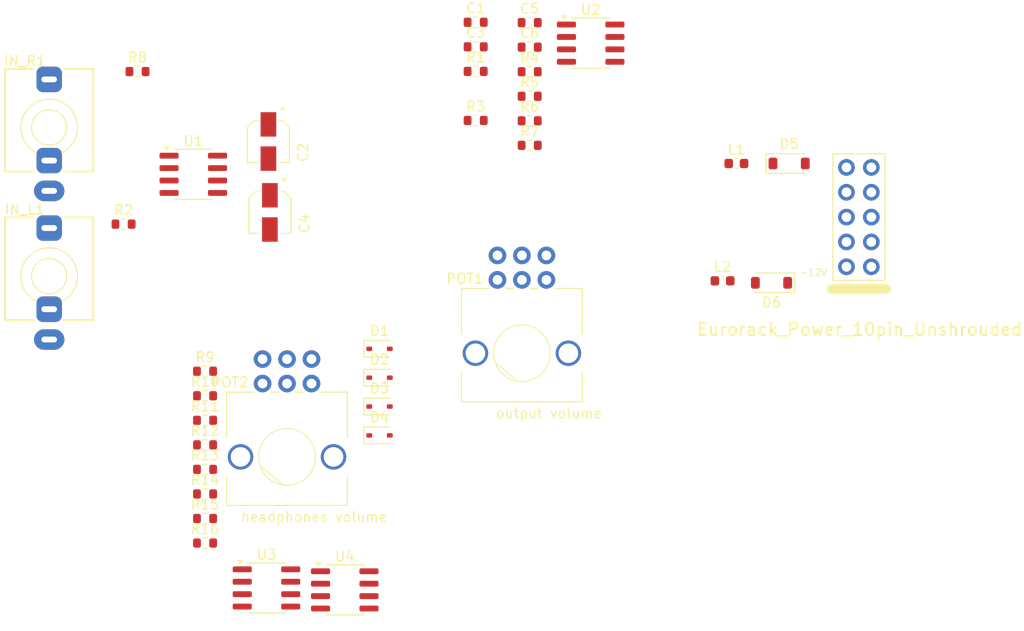
<source format=kicad_pcb>
(kicad_pcb (version 20241229) (generator "pcbnew") (generator_version "9.0")
  (layers (0 "F.Cu" signal) (2 "B.Cu" signal) (13 "F.Paste" user) (15 "B.Paste" user) (5 "F.SilkS" user "F.Silkscreen") (7 "B.SilkS" user "B.Silkscreen") (1 "F.Mask" user) (3 "B.Mask" user) (25 "Edge.Cuts" user))
  (net 0 "")
  (net 1 "Net-(C1-Pad2)")
  (net 2 "Net-(U1A--)")
  (net 3 "Net-(IN_R1-SIG)")
  (net 4 "Net-(C3-Pad2)")
  (net 5 "Net-(IN_L1-SIG)")
  (net 7 "GND")
  (net 9 "Net-(U2A--)")
  (net 10 "Net-(U2B--)")
  (net 11 "Net-(POT1A-Center)")
  (net 12 "Net-(POT1B-Center)")
  (net 13 "Net-(U2B-+)")
  (net 14 "/Pre-Headphones-L")
  (net 15 "Net-(U1B--)")
  (net 16 "/Pre-Headphones-R")
  (net 17 "Net-(D1-A)")
  (net 18 "Net-(D3-A)")
  (net 19 "+12V")
  (net 20 "-12V")
  (net 21 "Net-(D5-A)")
  (net 22 "Net-(D6-K)")
  (net 23 "Net-(POT2B-Center)")
  (net 24 "Net-(POT2A-Center)")
  (net 25 "Net-(U3A-+)")
  (net 26 "Net-(U3B--)")
  (net 27 "Net-(R11-Pad2)")
  (net 28 "Net-(U3A--)")
  (net 29 "Net-(U4B--)")
  (net 30 "Net-(U4A-+)")
  (net 31 "Net-(R15-Pad2)")
  (net 32 "Net-(U4A--)")
  (net 33 "Net-(D5-K)")
  (net 34 "Net-(D6-A)")
  (footprint "Resistor_SMD:R_0603_1608Metric" (layer "F.Cu") (at 88.925 105.66)
    (property "Reference" "R11" (at 0 -1.43 0) (layer "F.SilkS"))
    (property "Value" "75")
    (fp_line (start -0.237258 -0.5225) (end 0.237258 -0.5225) (stroke (width 0.12)) (layer "F.SilkS"))
    (fp_line (start -0.237258 0.5225) (end 0.237258 0.5225) (stroke (width 0.12)) (layer "F.SilkS"))
    (pad "1" smd roundrect (at -0.825 0) (size 0.8 0.95) (layers "F.Cu" "F.Mask" "F.Paste") (net 28 "Net-(U3A--)"))
    (pad "2" smd roundrect (at 0.825 0) (size 0.8 0.95) (layers "F.Cu" "F.Mask" "F.Paste") (net 27 "Net-(R11-Pad2)"))
  )
  (footprint "AudioJacks:Jack_3.5mm_QingPu_WQP-PJ301M-12_Vertical" (layer "F.Cu") (at 73 75.72)
    (property "Reference" "IN_R1" (at -2.5 -6.8 0) (layer "F.SilkS"))
    (property "Value" "thonkiconn")
    (fp_line (start -4.5 -6) (end -1.6 -6) (stroke (width 0.2)) (layer "F.SilkS"))
    (fp_line (start -4.5 4.5) (end -4.5 -6) (stroke (width 0.2)) (layer "F.SilkS"))
    (fp_line (start -4.5 4.5) (end -1.5 4.5) (stroke (width 0.2)) (layer "F.SilkS"))
    (fp_line (start 1.5 4.5) (end 4.5 4.5) (stroke (width 0.2)) (layer "F.SilkS"))
    (fp_line (start 1.6 -6) (end 4.5 -6) (stroke (width 0.2)) (layer "F.SilkS"))
    (fp_line (start 4.5 4.5) (end 4.5 -6) (stroke (width 0.2)) (layer "F.SilkS"))
    (fp_arc (start -1.296263 2.588577) (mid -2.817353 -0.665994) (end 0 -2.895) (stroke (width 0.12)) (layer "F.SilkS"))
    (fp_arc (start 0 -2.895) (mid 2.817353 -0.665994) (end 1.296263 2.588577) (stroke (width 0.12)) (layer "F.SilkS"))
    (fp_circle (center 0 0) (end -1.8 0) (stroke (width 0.12)) (fill no) (layer "F.SilkS"))
    (pad "1" thru_hole oval (at 0 6.48) (size 3.1 2.1) (drill oval 1.6 0.6) (layers "*.Cu" "*.Mask") (net 7 "GND"))
    (pad "2" thru_hole roundrect (at 0 3.38) (size 2.6 2.6) (drill oval 1.6 0.6) (layers "*.Cu" "*.Mask") (net 5 "Net-(IN_L1-SIG)"))
    (pad "3" thru_hole roundrect (at 0 -4.92) (size 2.6 2.6) (drill oval 1.6 0.6) (layers "*.Cu" "*.Mask") (net 3 "Net-(IN_R1-SIG)"))
  )
  (footprint "Resistor_SMD:R_0603_1608Metric" (layer "F.Cu") (at 88.925 113.19)
    (property "Reference" "R14" (at 0 -1.43 0) (layer "F.SilkS"))
    (property "Value" "10k")
    (fp_line (start -0.237258 -0.5225) (end 0.237258 -0.5225) (stroke (width 0.12)) (layer "F.SilkS"))
    (fp_line (start -0.237258 0.5225) (end 0.237258 0.5225) (stroke (width 0.12)) (layer "F.SilkS"))
    (pad "1" smd roundrect (at -0.825 0) (size 0.8 0.95) (layers "F.Cu" "F.Mask" "F.Paste") (net 29 "Net-(U4B--)"))
    (pad "2" smd roundrect (at 0.825 0) (size 0.8 0.95) (layers "F.Cu" "F.Mask" "F.Paste") (net 30 "Net-(U4A-+)"))
  )
  (footprint "Resistor_SMD:R_0603_1608Metric" (layer "F.Cu") (at 122.095 75.035)
    (property "Reference" "R6" (at 0 -1.43 0) (layer "F.SilkS"))
    (property "Value" "10k")
    (fp_line (start -0.237258 -0.5225) (end 0.237258 -0.5225) (stroke (width 0.12)) (layer "F.SilkS"))
    (fp_line (start -0.237258 0.5225) (end 0.237258 0.5225) (stroke (width 0.12)) (layer "F.SilkS"))
    (pad "1" smd roundrect (at -0.825 0) (size 0.8 0.95) (layers "F.Cu" "F.Mask" "F.Paste") (net 10 "Net-(U2B--)"))
    (pad "2" smd roundrect (at 0.825 0) (size 0.8 0.95) (layers "F.Cu" "F.Mask" "F.Paste") (net 18 "Net-(D3-A)"))
  )
  (footprint "Resistor_SMD:R_0603_1608Metric" (layer "F.Cu") (at 116.575 67.47)
    (property "Reference" "C3" (at 0 -1.43 0) (layer "F.SilkS"))
    (property "Value" "10pF")
    (fp_line (start -0.237258 -0.5225) (end 0.237258 -0.5225) (stroke (width 0.12)) (layer "F.SilkS"))
    (fp_line (start -0.237258 0.5225) (end 0.237258 0.5225) (stroke (width 0.12)) (layer "F.SilkS"))
    (pad "1" smd roundrect (at -0.825 0) (size 0.8 0.95) (layers "F.Cu" "F.Mask" "F.Paste") (net 15 "Net-(U1B--)"))
    (pad "2" smd roundrect (at 0.825 0) (size 0.8 0.95) (layers "F.Cu" "F.Mask" "F.Paste") (net 4 "Net-(C3-Pad2)"))
  )
  (footprint "Resistor_SMD:R_0603_1608Metric" (layer "F.Cu") (at 88.925 103.15)
    (property "Reference" "R10" (at 0 -1.43 0) (layer "F.SilkS"))
    (property "Value" "10k")
    (fp_line (start -0.237258 -0.5225) (end 0.237258 -0.5225) (stroke (width 0.12)) (layer "F.SilkS"))
    (fp_line (start -0.237258 0.5225) (end 0.237258 0.5225) (stroke (width 0.12)) (layer "F.SilkS"))
    (pad "1" smd roundrect (at -0.825 0) (size 0.8 0.95) (layers "F.Cu" "F.Mask" "F.Paste") (net 24 "Net-(POT2A-Center)"))
    (pad "2" smd roundrect (at 0.825 0) (size 0.8 0.95) (layers "F.Cu" "F.Mask" "F.Paste") (net 26 "Net-(U3B--)"))
  )
  (footprint "Package_SO:SOIC-8_3.9x4.9mm_P1.27mm" (layer "F.Cu") (at 128.325 67.095)
    (property "Reference" "U2" (at 0 -3.4 0) (layer "F.SilkS"))
    (property "Value" "TL072")
    (fp_line (start 0 -2.56) (end -1.95 -2.56) (stroke (width 0.12)) (layer "F.SilkS"))
    (fp_line (start 0 -2.56) (end 1.95 -2.56) (stroke (width 0.12)) (layer "F.SilkS"))
    (fp_line (start 0 2.56) (end -1.95 2.56) (stroke (width 0.12)) (layer "F.SilkS"))
    (fp_line (start 0 2.56) (end 1.95 2.56) (stroke (width 0.12)) (layer "F.SilkS"))
    (fp_poly (pts (xy -2.7 -2.465) (xy -2.94 -2.795) (xy -2.46 -2.795)) (stroke (width 0.12)) (fill yes) (layer "F.SilkS"))
    (pad "1" smd roundrect (at -2.475 -1.905) (size 1.95 0.6) (layers "F.Cu" "F.Mask" "F.Paste") (net 17 "Net-(D1-A)"))
    (pad "2" smd roundrect (at -2.475 -0.635) (size 1.95 0.6) (layers "F.Cu" "F.Mask" "F.Paste") (net 9 "Net-(U2A--)"))
    (pad "3" smd roundrect (at -2.475 0.635) (size 1.95 0.6) (layers "F.Cu" "F.Mask" "F.Paste") (net 7 "GND"))
    (pad "4" smd roundrect (at -2.475 1.905) (size 1.95 0.6) (layers "F.Cu" "F.Mask" "F.Paste") (net 20 "-12V"))
    (pad "5" smd roundrect (at 2.475 1.905) (size 1.95 0.6) (layers "F.Cu" "F.Mask" "F.Paste") (net 13 "Net-(U2B-+)"))
    (pad "6" smd roundrect (at 2.475 0.635) (size 1.95 0.6) (layers "F.Cu" "F.Mask" "F.Paste") (net 10 "Net-(U2B--)"))
    (pad "7" smd roundrect (at 2.475 -0.635) (size 1.95 0.6) (layers "F.Cu" "F.Mask" "F.Paste") (net 18 "Net-(D3-A)"))
    (pad "8" smd roundrect (at 2.475 -1.905) (size 1.95 0.6) (layers "F.Cu" "F.Mask" "F.Paste") (net 19 "+12V"))
  )
  (footprint "Resistor_SMD:R_0603_1608Metric" (layer "F.Cu") (at 122.095 64.995)
    (property "Reference" "C5" (at 0 -1.43 0) (layer "F.SilkS"))
    (property "Value" "10pF")
    (fp_line (start -0.237258 -0.5225) (end 0.237258 -0.5225) (stroke (width 0.12)) (layer "F.SilkS"))
    (fp_line (start -0.237258 0.5225) (end 0.237258 0.5225) (stroke (width 0.12)) (layer "F.SilkS"))
    (pad "1" smd roundrect (at -0.825 0) (size 0.8 0.95) (layers "F.Cu" "F.Mask" "F.Paste") (net 9 "Net-(U2A--)"))
    (pad "2" smd roundrect (at 0.825 0) (size 0.8 0.95) (layers "F.Cu" "F.Mask" "F.Paste") (net 17 "Net-(D1-A)"))
  )
  (footprint "Package_SO:SOIC-8_3.9x4.9mm_P1.27mm" (layer "F.Cu") (at 87.725 80.505)
    (property "Reference" "U1" (at 0 -3.4 0) (layer "F.SilkS"))
    (property "Value" "TL072")
    (fp_line (start 0 -2.56) (end -1.95 -2.56) (stroke (width 0.12)) (layer "F.SilkS"))
    (fp_line (start 0 -2.56) (end 1.95 -2.56) (stroke (width 0.12)) (layer "F.SilkS"))
    (fp_line (start 0 2.56) (end -1.95 2.56) (stroke (width 0.12)) (layer "F.SilkS"))
    (fp_line (start 0 2.56) (end 1.95 2.56) (stroke (width 0.12)) (layer "F.SilkS"))
    (fp_poly (pts (xy -2.7 -2.465) (xy -2.94 -2.795) (xy -2.46 -2.795)) (stroke (width 0.12)) (fill yes) (layer "F.SilkS"))
    (pad "1" smd roundrect (at -2.475 -1.905) (size 1.95 0.6) (layers "F.Cu" "F.Mask" "F.Paste") (net 1 "Net-(C1-Pad2)"))
    (pad "2" smd roundrect (at -2.475 -0.635) (size 1.95 0.6) (layers "F.Cu" "F.Mask" "F.Paste") (net 2 "Net-(U1A--)"))
    (pad "3" smd roundrect (at -2.475 0.635) (size 1.95 0.6) (layers "F.Cu" "F.Mask" "F.Paste") (net 7 "GND"))
    (pad "4" smd roundrect (at -2.475 1.905) (size 1.95 0.6) (layers "F.Cu" "F.Mask" "F.Paste") (net 20 "-12V"))
    (pad "5" smd roundrect (at 2.475 1.905) (size 1.95 0.6) (layers "F.Cu" "F.Mask" "F.Paste"))
    (pad "6" smd roundrect (at 2.475 0.635) (size 1.95 0.6) (layers "F.Cu" "F.Mask" "F.Paste") (net 15 "Net-(U1B--)"))
    (pad "7" smd roundrect (at 2.475 -0.635) (size 1.95 0.6) (layers "F.Cu" "F.Mask" "F.Paste") (net 4 "Net-(C3-Pad2)"))
    (pad "8" smd roundrect (at 2.475 -1.905) (size 1.95 0.6) (layers "F.Cu" "F.Mask" "F.Paste") (net 19 "+12V"))
  )
  (footprint "Resistor_SMD:R_0603_1608Metric" (layer "F.Cu") (at 116.575 69.98)
    (property "Reference" "R1" (at 0 -1.43 0) (layer "F.SilkS"))
    (property "Value" "39K")
    (fp_line (start -0.237258 -0.5225) (end 0.237258 -0.5225) (stroke (width 0.12)) (layer "F.SilkS"))
    (fp_line (start -0.237258 0.5225) (end 0.237258 0.5225) (stroke (width 0.12)) (layer "F.SilkS"))
    (pad "1" smd roundrect (at -0.825 0) (size 0.8 0.95) (layers "F.Cu" "F.Mask" "F.Paste") (net 2 "Net-(U1A--)"))
    (pad "2" smd roundrect (at 0.825 0) (size 0.8 0.95) (layers "F.Cu" "F.Mask" "F.Paste") (net 1 "Net-(C1-Pad2)"))
  )
  (footprint "Resistor_SMD:R_0603_1608Metric" (layer "F.Cu") (at 80.6 85.6)
    (property "Reference" "R2" (at 0 -1.43 0) (layer "F.SilkS"))
    (property "Value" "100k")
    (fp_line (start -0.237258 -0.5225) (end 0.237258 -0.5225) (stroke (width 0.12)) (layer "F.SilkS"))
    (fp_line (start -0.237258 0.5225) (end 0.237258 0.5225) (stroke (width 0.12)) (layer "F.SilkS"))
    (pad "1" smd roundrect (at -0.825 0) (size 0.8 0.95) (layers "F.Cu" "F.Mask" "F.Paste") (net 5 "Net-(IN_L1-SIG)"))
    (pad "2" smd roundrect (at 0.825 0) (size 0.8 0.95) (layers "F.Cu" "F.Mask" "F.Paste") (net 2 "Net-(U1A--)"))
  )
  (footprint "Resistor_SMD:R_0603_1608Metric" (layer "F.Cu") (at 116.575 75)
    (property "Reference" "R3" (at 0 -1.43 0) (layer "F.SilkS"))
    (property "Value" "39K")
    (fp_line (start -0.237258 -0.5225) (end 0.237258 -0.5225) (stroke (width 0.12)) (layer "F.SilkS"))
    (fp_line (start -0.237258 0.5225) (end 0.237258 0.5225) (stroke (width 0.12)) (layer "F.SilkS"))
    (pad "1" smd roundrect (at -0.825 0) (size 0.8 0.95) (layers "F.Cu" "F.Mask" "F.Paste") (net 15 "Net-(U1B--)"))
    (pad "2" smd roundrect (at 0.825 0) (size 0.8 0.95) (layers "F.Cu" "F.Mask" "F.Paste") (net 4 "Net-(C3-Pad2)"))
  )
  (footprint "Resistor_SMD:R_0603_1608Metric" (layer "F.Cu") (at 122.095 67.505)
    (property "Reference" "C6" (at 0 -1.43 0) (layer "F.SilkS"))
    (property "Value" "10pF")
    (fp_line (start -0.237258 -0.5225) (end 0.237258 -0.5225) (stroke (width 0.12)) (layer "F.SilkS"))
    (fp_line (start -0.237258 0.5225) (end 0.237258 0.5225) (stroke (width 0.12)) (layer "F.SilkS"))
    (pad "1" smd roundrect (at -0.825 0) (size 0.8 0.95) (layers "F.Cu" "F.Mask" "F.Paste") (net 10 "Net-(U2B--)"))
    (pad "2" smd roundrect (at 0.825 0) (size 0.8 0.95) (layers "F.Cu" "F.Mask" "F.Paste") (net 18 "Net-(D3-A)"))
  )
  (footprint "Resistor_SMD:R_0603_1608Metric" (layer "F.Cu") (at 88.925 110.68)
    (property "Reference" "R13" (at 0 -1.43 0) (layer "F.SilkS"))
    (property "Value" "10k")
    (fp_line (start -0.237258 -0.5225) (end 0.237258 -0.5225) (stroke (width 0.12)) (layer "F.SilkS"))
    (fp_line (start -0.237258 0.5225) (end 0.237258 0.5225) (stroke (width 0.12)) (layer "F.SilkS"))
    (pad "1" smd roundrect (at -0.825 0) (size 0.8 0.95) (layers "F.Cu" "F.Mask" "F.Paste") (net 23 "Net-(POT2B-Center)"))
    (pad "2" smd roundrect (at 0.825 0) (size 0.8 0.95) (layers "F.Cu" "F.Mask" "F.Paste") (net 29 "Net-(U4B--)"))
  )
  (footprint "PCM_4ms_Potentiometer:Potentiometer_Alps_RK09L_Double_Vertical" (layer "F.Cu") (at 121.3 98.8)
    (property "Reference" "POT1" (at -5.825 -7.625 180) (layer "F.SilkS"))
    (property "Value" "output volume" (at 2.75 6.15 0) (layer "F.SilkS"))
    (fp_line (start -6.17 -6.62) (end -6.17 -1.954) (stroke (width 0.12)) (layer "F.SilkS"))
    (fp_line (start -6.17 1.955) (end -6.17 4.97) (stroke (width 0.12)) (layer "F.SilkS"))
    (fp_line (start -3.37 -6.62) (end -6.17 -6.62) (stroke (width 0.12)) (layer "F.SilkS"))
    (fp_line (start -0.871 -6.62) (end -1.63 -6.62) (stroke (width 0.12)) (layer "F.SilkS"))
    (fp_line (start -0.45 2.85) (end -2.7 0.95) (stroke (width 0.1)) (layer "F.SilkS"))
    (fp_line (start 1.629 -6.62) (end 0.87 -6.62) (stroke (width 0.12)) (layer "F.SilkS"))
    (fp_line (start 6.17 -6.62) (end 3.371 -6.62) (stroke (width 0.12)) (layer "F.SilkS"))
    (fp_line (start 6.17 -6.62) (end 6.17 -1.954) (stroke (width 0.12)) (layer "F.SilkS"))
    (fp_line (start 6.17 1.955) (end 6.17 4.97) (stroke (width 0.12)) (layer "F.SilkS"))
    (fp_line (start 6.17 4.97) (end -6.17 4.97) (stroke (width 0.12)) (layer "F.SilkS"))
    (fp_circle (center 0 0) (end 0 2.9) (stroke (width 0.1)) (fill no) (layer "F.SilkS"))
    (pad "1" thru_hole circle (at 2.5 -7.5 270) (size 1.8 1.8) (drill 1) (layers "*.Cu" "*.Mask") (net 14 "/Pre-Headphones-L"))
    (pad "2" thru_hole circle (at 0 -7.5 270) (size 1.8 1.8) (drill 1) (layers "*.Cu" "*.Mask") (net 11 "Net-(POT1A-Center)"))
    (pad "3" thru_hole circle (at -2.5 -7.5 270) (size 1.8 1.8) (drill 1) (layers "*.Cu" "*.Mask") (net 7 "GND"))
    (pad "4" thru_hole circle (at 2.5 -10 270) (size 1.8 1.8) (drill 1) (layers "*.Cu" "*.Mask") (net 16 "/Pre-Headphones-R"))
    (pad "5" thru_hole circle (at 0 -10 270) (size 1.8 1.8) (drill 1) (layers "*.Cu" "*.Mask") (net 12 "Net-(POT1B-Center)"))
    (pad "6" thru_hole circle (at -2.5 -10 270) (size 1.8 1.8) (drill 1) (layers "*.Cu" "*.Mask") (net 7 "GND"))
    (pad "7" thru_hole circle (at 4.75 0 270) (size 2.6 2.6) (drill 2) (layers "*.Cu" "*.Mask") (net 7 "GND"))
    (pad "8" thru_hole circle (at -4.75 0 270) (size 2.6 2.6) (drill 2) (layers "*.Cu" "*.Mask") (net 7 "GND"))
  )
  (footprint "Resistor_SMD:R_0603_1608Metric" (layer "F.Cu") (at 88.925 100.64)
    (property "Reference" "R9" (at 0 -1.43 0) (layer "F.SilkS"))
    (property "Value" "10k")
    (fp_line (start -0.237258 -0.5225) (end 0.237258 -0.5225) (stroke (width 0.12)) (layer "F.SilkS"))
    (fp_line (start -0.237258 0.5225) (end 0.237258 0.5225) (stroke (width 0.12)) (layer "F.SilkS"))
    (pad "1" smd roundrect (at -0.825 0) (size 0.8 0.95) (layers "F.Cu" "F.Mask" "F.Paste") (net 26 "Net-(U3B--)"))
    (pad "2" smd roundrect (at 0.825 0) (size 0.8 0.95) (layers "F.Cu" "F.Mask" "F.Paste") (net 25 "Net-(U3A-+)"))
  )
  (footprint "Resistor_SMD:R_0603_1608Metric" (layer "F.Cu") (at 122.095 72.525)
    (property "Reference" "R5" (at 0 -1.43 0) (layer "F.SilkS"))
    (property "Value" "10k")
    (fp_line (start -0.237258 -0.5225) (end 0.237258 -0.5225) (stroke (width 0.12)) (layer "F.SilkS"))
    (fp_line (start -0.237258 0.5225) (end 0.237258 0.5225) (stroke (width 0.12)) (layer "F.SilkS"))
    (pad "1" smd roundrect (at -0.825 0) (size 0.8 0.95) (layers "F.Cu" "F.Mask" "F.Paste") (net 11 "Net-(POT1A-Center)"))
    (pad "2" smd roundrect (at 0.825 0) (size 0.8 0.95) (layers "F.Cu" "F.Mask" "F.Paste") (net 9 "Net-(U2A--)"))
  )
  (footprint "Diode_SMD:D_SOD-323" (layer "F.Cu") (at 106.75 101.3)
    (property "Reference" "D2" (at 0 -1.85 0) (layer "F.SilkS"))
    (property "Value" "1N4148WS")
    (fp_line (start -1.61 -0.85) (end -1.61 0.85) (stroke (width 0.12)) (layer "F.SilkS"))
    (fp_line (start -1.61 -0.85) (end 1.05 -0.85) (stroke (width 0.12)) (layer "F.SilkS"))
    (fp_line (start -1.61 0.85) (end 1.05 0.85) (stroke (width 0.12)) (layer "F.SilkS"))
    (pad "1" smd roundrect (at -1.05 0) (size 0.6 0.45) (layers "F.Cu" "F.Mask" "F.Paste") (net 17 "Net-(D1-A)"))
    (pad "2" smd roundrect (at 1.05 0) (size 0.6 0.45) (layers "F.Cu" "F.Mask" "F.Paste") (net 20 "-12V"))
  )
  (footprint "Diode_SMD:D_SOD-323" (layer "F.Cu") (at 106.75 104.25)
    (property "Reference" "D3" (at 0 -1.85 0) (layer "F.SilkS"))
    (property "Value" "1N4148WS")
    (fp_line (start -1.61 -0.85) (end -1.61 0.85) (stroke (width 0.12)) (layer "F.SilkS"))
    (fp_line (start -1.61 -0.85) (end 1.05 -0.85) (stroke (width 0.12)) (layer "F.SilkS"))
    (fp_line (start -1.61 0.85) (end 1.05 0.85) (stroke (width 0.12)) (layer "F.SilkS"))
    (pad "1" smd roundrect (at -1.05 0) (size 0.6 0.45) (layers "F.Cu" "F.Mask" "F.Paste") (net 19 "+12V"))
    (pad "2" smd roundrect (at 1.05 0) (size 0.6 0.45) (layers "F.Cu" "F.Mask" "F.Paste") (net 18 "Net-(D3-A)"))
  )
  (footprint "PCM_4ms_Potentiometer:Potentiometer_Alps_RK09L_Double_Vertical" (layer "F.Cu") (at 97.3 109.4)
    (property "Reference" "POT2" (at -5.825 -7.625 180) (layer "F.SilkS"))
    (property "Value" "headphones volume" (at 2.75 6.15 0) (layer "F.SilkS"))
    (fp_line (start -6.17 -6.62) (end -6.17 -1.954) (stroke (width 0.12)) (layer "F.SilkS"))
    (fp_line (start -6.17 1.955) (end -6.17 4.97) (stroke (width 0.12)) (layer "F.SilkS"))
    (fp_line (start -3.37 -6.62) (end -6.17 -6.62) (stroke (width 0.12)) (layer "F.SilkS"))
    (fp_line (start -0.871 -6.62) (end -1.63 -6.62) (stroke (width 0.12)) (layer "F.SilkS"))
    (fp_line (start -0.45 2.85) (end -2.7 0.95) (stroke (width 0.1)) (layer "F.SilkS"))
    (fp_line (start 1.629 -6.62) (end 0.87 -6.62) (stroke (width 0.12)) (layer "F.SilkS"))
    (fp_line (start 6.17 -6.62) (end 3.371 -6.62) (stroke (width 0.12)) (layer "F.SilkS"))
    (fp_line (start 6.17 -6.62) (end 6.17 -1.954) (stroke (width 0.12)) (layer "F.SilkS"))
    (fp_line (start 6.17 1.955) (end 6.17 4.97) (stroke (width 0.12)) (layer "F.SilkS"))
    (fp_line (start 6.17 4.97) (end -6.17 4.97) (stroke (width 0.12)) (layer "F.SilkS"))
    (fp_circle (center 0 0) (end 0 2.9) (stroke (width 0.1)) (fill no) (layer "F.SilkS"))
    (pad "1" thru_hole circle (at 2.5 -7.5 270) (size 1.8 1.8) (drill 1) (layers "*.Cu" "*.Mask") (net 14 "/Pre-Headphones-L"))
    (pad "2" thru_hole circle (at 0 -7.5 270) (size 1.8 1.8) (drill 1) (layers "*.Cu" "*.Mask") (net 24 "Net-(POT2A-Center)"))
    (pad "3" thru_hole circle (at -2.5 -7.5 270) (size 1.8 1.8) (drill 1) (layers "*.Cu" "*.Mask") (net 7 "GND"))
    (pad "4" thru_hole circle (at 2.5 -10 270) (size 1.8 1.8) (drill 1) (layers "*.Cu" "*.Mask") (net 16 "/Pre-Headphones-R"))
    (pad "5" thru_hole circle (at 0 -10 270) (size 1.8 1.8) (drill 1) (layers "*.Cu" "*.Mask") (net 23 "Net-(POT2B-Center)"))
    (pad "6" thru_hole circle (at -2.5 -10 270) (size 1.8 1.8) (drill 1) (layers "*.Cu" "*.Mask") (net 7 "GND"))
    (pad "7" thru_hole circle (at 4.75 0 270) (size 2.6 2.6) (drill 2) (layers "*.Cu" "*.Mask") (net 7 "GND"))
    (pad "8" thru_hole circle (at -4.75 0 270) (size 2.6 2.6) (drill 2) (layers "*.Cu" "*.Mask") (net 7 "GND"))
  )
  (footprint "AudioJacks:Jack_3.5mm_QingPu_WQP-PJ301M-12_Vertical" (layer "F.Cu") (at 73 90.92)
    (property "Reference" "IN_L1" (at -2.5 -6.8 0) (layer "F.SilkS"))
    (property "Value" "thonkiconn")
    (fp_line (start -4.5 -6) (end -1.6 -6) (stroke (width 0.2)) (layer "F.SilkS"))
    (fp_line (start -4.5 4.5) (end -4.5 -6) (stroke (width 0.2)) (layer "F.SilkS"))
    (fp_line (start -4.5 4.5) (end -1.5 4.5) (stroke (width 0.2)) (layer "F.SilkS"))
    (fp_line (start 1.5 4.5) (end 4.5 4.5) (stroke (width 0.2)) (layer "F.SilkS"))
    (fp_line (start 1.6 -6) (end 4.5 -6) (stroke (width 0.2)) (layer "F.SilkS"))
    (fp_line (start 4.5 4.5) (end 4.5 -6) (stroke (width 0.2)) (layer "F.SilkS"))
    (fp_arc (start -1.296263 2.588577) (mid -2.817353 -0.665994) (end 0 -2.895) (stroke (width 0.12)) (layer "F.SilkS"))
    (fp_arc (start 0 -2.895) (mid 2.817353 -0.665994) (end 1.296263 2.588577) (stroke (width 0.12)) (layer "F.SilkS"))
    (fp_circle (center 0 0) (end -1.8 0) (stroke (width 0.12)) (fill no) (layer "F.SilkS"))
    (pad "1" thru_hole oval (at 0 6.48) (size 3.1 2.1) (drill oval 1.6 0.6) (layers "*.Cu" "*.Mask") (net 7 "GND"))
    (pad "2" thru_hole roundrect (at 0 3.38) (size 2.6 2.6) (drill oval 1.6 0.6) (layers "*.Cu" "*.Mask"))
    (pad "3" thru_hole roundrect (at 0 -4.92) (size 2.6 2.6) (drill oval 1.6 0.6) (layers "*.Cu" "*.Mask") (net 5 "Net-(IN_L1-SIG)"))
  )
  (footprint "Resistor_SMD:R_0603_1608Metric" (layer "F.Cu") (at 122.095 77.545)
    (property "Reference" "R7" (at 0 -1.43 0) (layer "F.SilkS"))
    (property "Value" "10k")
    (fp_line (start -0.237258 -0.5225) (end 0.237258 -0.5225) (stroke (width 0.12)) (layer "F.SilkS"))
    (fp_line (start -0.237258 0.5225) (end 0.237258 0.5225) (stroke (width 0.12)) (layer "F.SilkS"))
    (pad "1" smd roundrect (at -0.825 0) (size 0.8 0.95) (layers "F.Cu" "F.Mask" "F.Paste") (net 12 "Net-(POT1B-Center)"))
    (pad "2" smd roundrect (at 0.825 0) (size 0.8 0.95) (layers "F.Cu" "F.Mask" "F.Paste") (net 13 "Net-(U2B-+)"))
  )
  (footprint "Package_SO:SOIC-8_3.9x4.9mm_P1.27mm" (layer "F.Cu") (at 95.2 122.8)
    (property "Reference" "U3" (at 0 -3.4 0) (layer "F.SilkS"))
    (property "Value" "NE5532")
    (fp_line (start 0 -2.56) (end -1.95 -2.56) (stroke (width 0.12)) (layer "F.SilkS"))
    (fp_line (start 0 -2.56) (end 1.95 -2.56) (stroke (width 0.12)) (layer "F.SilkS"))
    (fp_line (start 0 2.56) (end -1.95 2.56) (stroke (width 0.12)) (layer "F.SilkS"))
    (fp_line (start 0 2.56) (end 1.95 2.56) (stroke (width 0.12)) (layer "F.SilkS"))
    (fp_poly (pts (xy -2.7 -2.465) (xy -2.94 -2.795) (xy -2.46 -2.795)) (stroke (width 0.12)) (fill yes) (layer "F.SilkS"))
    (pad "1" smd roundrect (at -2.475 -1.905) (size 1.95 0.6) (layers "F.Cu" "F.Mask" "F.Paste") (net 28 "Net-(U3A--)"))
    (pad "2" smd roundrect (at -2.475 -0.635) (size 1.95 0.6) (layers "F.Cu" "F.Mask" "F.Paste") (net 28 "Net-(U3A--)"))
    (pad "3" smd roundrect (at -2.475 0.635) (size 1.95 0.6) (layers "F.Cu" "F.Mask" "F.Paste") (net 25 "Net-(U3A-+)"))
    (pad "4" smd roundrect (at -2.475 1.905) (size 1.95 0.6) (layers "F.Cu" "F.Mask" "F.Paste") (net 20 "-12V"))
    (pad "5" smd roundrect (at 2.475 1.905) (size 1.95 0.6) (layers "F.Cu" "F.Mask" "F.Paste") (net 7 "GND"))
    (pad "6" smd roundrect (at 2.475 0.635) (size 1.95 0.6) (layers "F.Cu" "F.Mask" "F.Paste") (net 26 "Net-(U3B--)"))
    (pad "7" smd roundrect (at 2.475 -0.635) (size 1.95 0.6) (layers "F.Cu" "F.Mask" "F.Paste") (net 25 "Net-(U3A-+)"))
    (pad "8" smd roundrect (at 2.475 -1.905) (size 1.95 0.6) (layers "F.Cu" "F.Mask" "F.Paste") (net 19 "+12V"))
  )
  (footprint "Inductor_SMD:L_0603_1608Metric" (layer "F.Cu") (at 141.8 91.4)
    (property "Reference" "L2" (at 0 -1.43 0) (layer "F.SilkS"))
    (property "Value" "FerriteBead_0603_1.5A")
    (fp_line (start -0.162779 -0.51) (end 0.162779 -0.51) (stroke (width 0.12)) (layer "F.SilkS"))
    (fp_line (start -0.162779 0.51) (end 0.162779 0.51) (stroke (width 0.12)) (layer "F.SilkS"))
    (pad "1" smd roundrect (at -0.7875 0) (size 0.875 0.95) (layers "F.Cu" "F.Mask" "F.Paste") (net 20 "-12V"))
    (pad "2" smd roundrect (at 0.7875 0) (size 0.875 0.95) (layers "F.Cu" "F.Mask" "F.Paste") (net 34 "Net-(D6-A)"))
  )
  (footprint "Resistor_SMD:R_0603_1608Metric" (layer "F.Cu") (at 116.575 64.96)
    (property "Reference" "C1" (at 0 -1.43 0) (layer "F.SilkS"))
    (property "Value" "10pF")
    (fp_line (start -0.237258 -0.5225) (end 0.237258 -0.5225) (stroke (width 0.12)) (layer "F.SilkS"))
    (fp_line (start -0.237258 0.5225) (end 0.237258 0.5225) (stroke (width 0.12)) (layer "F.SilkS"))
    (pad "1" smd roundrect (at -0.825 0) (size 0.8 0.95) (layers "F.Cu" "F.Mask" "F.Paste") (net 2 "Net-(U1A--)"))
    (pad "2" smd roundrect (at 0.825 0) (size 0.8 0.95) (layers "F.Cu" "F.Mask" "F.Paste") (net 1 "Net-(C1-Pad2)"))
  )
  (footprint "Package_SO:SOIC-8_3.9x4.9mm_P1.27mm" (layer "F.Cu") (at 103.2 123)
    (property "Reference" "U4" (at 0 -3.4 0) (layer "F.SilkS"))
    (property "Value" "NE5532")
    (fp_line (start 0 -2.56) (end -1.95 -2.56) (stroke (width 0.12)) (layer "F.SilkS"))
    (fp_line (start 0 -2.56) (end 1.95 -2.56) (stroke (width 0.12)) (layer "F.SilkS"))
    (fp_line (start 0 2.56) (end -1.95 2.56) (stroke (width 0.12)) (layer "F.SilkS"))
    (fp_line (start 0 2.56) (end 1.95 2.56) (stroke (width 0.12)) (layer "F.SilkS"))
    (fp_poly (pts (xy -2.7 -2.465) (xy -2.94 -2.795) (xy -2.46 -2.795)) (stroke (width 0.12)) (fill yes) (layer "F.SilkS"))
    (pad "1" smd roundrect (at -2.475 -1.905) (size 1.95 0.6) (layers "F.Cu" "F.Mask" "F.Paste") (net 32 "Net-(U4A--)"))
    (pad "2" smd roundrect (at -2.475 -0.635) (size 1.95 0.6) (layers "F.Cu" "F.Mask" "F.Paste") (net 32 "Net-(U4A--)"))
    (pad "3" smd roundrect (at -2.475 0.635) (size 1.95 0.6) (layers "F.Cu" "F.Mask" "F.Paste") (net 30 "Net-(U4A-+)"))
    (pad "4" smd roundrect (at -2.475 1.905) (size 1.95 0.6) (layers "F.Cu" "F.Mask" "F.Paste") (net 20 "-12V"))
    (pad "5" smd roundrect (at 2.475 1.905) (size 1.95 0.6) (layers "F.Cu" "F.Mask" "F.Paste") (net 7 "GND"))
    (pad "6" smd roundrect (at 2.475 0.635) (size 1.95 0.6) (layers "F.Cu" "F.Mask" "F.Paste") (net 29 "Net-(U4B--)"))
    (pad "7" smd roundrect (at 2.475 -0.635) (size 1.95 0.6) (layers "F.Cu" "F.Mask" "F.Paste") (net 30 "Net-(U4A-+)"))
    (pad "8" smd roundrect (at 2.475 -1.905) (size 1.95 0.6) (layers "F.Cu" "F.Mask" "F.Paste") (net 19 "+12V"))
  )
  (footprint "Diode_SMD:D_SOD-323" (layer "F.Cu") (at 106.75 98.35)
    (property "Reference" "D1" (at 0 -1.85 0) (layer "F.SilkS"))
    (property "Value" "1N4148WS")
    (fp_line (start -1.61 -0.85) (end -1.61 0.85) (stroke (width 0.12)) (layer "F.SilkS"))
    (fp_line (start -1.61 -0.85) (end 1.05 -0.85) (stroke (width 0.12)) (layer "F.SilkS"))
    (fp_line (start -1.61 0.85) (end 1.05 0.85) (stroke (width 0.12)) (layer "F.SilkS"))
    (pad "1" smd roundrect (at -1.05 0) (size 0.6 0.45) (layers "F.Cu" "F.Mask" "F.Paste") (net 19 "+12V"))
    (pad "2" smd roundrect (at 1.05 0) (size 0.6 0.45) (layers "F.Cu" "F.Mask" "F.Paste") (net 17 "Net-(D1-A)"))
  )
  (footprint "aa_sampozki:CAP_EEEFK1E100R" (layer "F.Cu") (at 95.4 77.15 -90)
    (property "Reference" "C2" (at 1.125 -3.535 90) (layer "F.SilkS"))
    (property "Value" "10uF")
    (fp_line (start -1.45 2.15) (end 2.15 2.15) (stroke (width 0.127)) (layer "F.SilkS"))
    (fp_line (start 2.15 2.15) (end 2.15 1.12) (stroke (width 0.127)) (layer "F.SilkS"))
    (fp_line (start -2.15 1.45) (end -1.45 2.15) (stroke (width 0.127)) (layer "F.SilkS"))
    (fp_line (start -2.15 1.12) (end -2.15 1.45) (stroke (width 0.127)) (layer "F.SilkS"))
    (fp_line (start 2.15 -1.12) (end 2.15 -2.15) (stroke (width 0.127)) (layer "F.SilkS"))
    (fp_line (start -2.15 -1.45) (end -2.15 -1.12) (stroke (width 0.127)) (layer "F.SilkS"))
    (fp_line (start -1.45 -2.15) (end -2.15 -1.45) (stroke (width 0.127)) (layer "F.SilkS"))
    (fp_line (start 2.15 -2.15) (end -1.45 -2.15) (stroke (width 0.127)) (layer "F.SilkS"))
    (fp_circle (center -3.35 -1.45) (end -3.25 -1.45) (stroke (width 0.2)) (fill no) (layer "F.SilkS"))
    (pad "1" smd rect (at -1.75 0 270) (size 2.5 1.6) (layers "F.Cu" "F.Mask" "F.Paste") (net 1 "Net-(C1-Pad2)"))
    (pad "2" smd rect (at 1.75 0 270) (size 2.5 1.6) (layers "F.Cu" "F.Mask" "F.Paste") (net 14 "/Pre-Headphones-L"))
  )
  (footprint "Diode_SMD:D_SOD-323" (layer "F.Cu") (at 106.75 107.2)
    (property "Reference" "D4" (at 0 -1.85 0) (layer "F.SilkS"))
    (property "Value" "1N4148WS")
    (fp_line (start -1.61 -0.85) (end -1.61 0.85) (stroke (width 0.12)) (layer "F.SilkS"))
    (fp_line (start -1.61 -0.85) (end 1.05 -0.85) (stroke (width 0.12)) (layer "F.SilkS"))
    (fp_line (start -1.61 0.85) (end 1.05 0.85) (stroke (width 0.12)) (layer "F.SilkS"))
    (pad "1" smd roundrect (at -1.05 0) (size 0.6 0.45) (layers "F.Cu" "F.Mask" "F.Paste") (net 18 "Net-(D3-A)"))
    (pad "2" smd roundrect (at 1.05 0) (size 0.6 0.45) (layers "F.Cu" "F.Mask" "F.Paste") (net 20 "-12V"))
  )
  (footprint "Inductor_SMD:L_0603_1608Metric" (layer "F.Cu") (at 143.2125 79.4)
    (property "Reference" "L1" (at 0 -1.43 0) (layer "F.SilkS"))
    (property "Value" "FerriteBead_0603_1.5A")
    (fp_line (start -0.162779 -0.51) (end 0.162779 -0.51) (stroke (width 0.12)) (layer "F.SilkS"))
    (fp_line (start -0.162779 0.51) (end 0.162779 0.51) (stroke (width 0.12)) (layer "F.SilkS"))
    (pad "1" smd roundrect (at -0.7875 0) (size 0.875 0.95) (layers "F.Cu" "F.Mask" "F.Paste") (net 19 "+12V"))
    (pad "2" smd roundrect (at 0.7875 0) (size 0.875 0.95) (layers "F.Cu" "F.Mask" "F.Paste") (net 33 "Net-(D5-K)"))
  )
  (footprint "Resistor_SMD:R_0603_1608Metric" (layer "F.Cu") (at 88.925 108.17)
    (property "Reference" "R12" (at 0 -1.43 0) (layer "F.SilkS"))
    (property "Value" "75")
    (fp_line (start -0.237258 -0.5225) (end 0.237258 -0.5225) (stroke (width 0.12)) (layer "F.SilkS"))
    (fp_line (start -0.237258 0.5225) (end 0.237258 0.5225) (stroke (width 0.12)) (layer "F.SilkS"))
    (pad "1" smd roundrect (at -0.825 0) (size 0.8 0.95) (layers "F.Cu" "F.Mask" "F.Paste") (net 25 "Net-(U3A-+)"))
    (pad "2" smd roundrect (at 0.825 0) (size 0.8 0.95) (layers "F.Cu" "F.Mask" "F.Paste") (net 27 "Net-(R11-Pad2)"))
  )
  (footprint "Resistor_SMD:R_0603_1608Metric" (layer "F.Cu") (at 82.025 70)
    (property "Reference" "R8" (at 0 -1.43 0) (layer "F.SilkS"))
    (property "Value" "100k")
    (fp_line (start -0.237258 -0.5225) (end 0.237258 -0.5225) (stroke (width 0.12)) (layer "F.SilkS"))
    (fp_line (start -0.237258 0.5225) (end 0.237258 0.5225) (stroke (width 0.12)) (layer "F.SilkS"))
    (pad "1" smd roundrect (at -0.825 0) (size 0.8 0.95) (layers "F.Cu" "F.Mask" "F.Paste") (net 3 "Net-(IN_R1-SIG)"))
    (pad "2" smd roundrect (at 0.825 0) (size 0.8 0.95) (layers "F.Cu" "F.Mask" "F.Paste") (net 15 "Net-(U1B--)"))
  )
  (footprint "Resistor_SMD:R_0603_1608Metric" (layer "F.Cu") (at 122.095 70.015)
    (property "Reference" "R4" (at 0 -1.43 0) (layer "F.SilkS"))
    (property "Value" "10k")
    (fp_line (start -0.237258 -0.5225) (end 0.237258 -0.5225) (stroke (width 0.12)) (layer "F.SilkS"))
    (fp_line (start -0.237258 0.5225) (end 0.237258 0.5225) (stroke (width 0.12)) (layer "F.SilkS"))
    (pad "1" smd roundrect (at -0.825 0) (size 0.8 0.95) (layers "F.Cu" "F.Mask" "F.Paste") (net 9 "Net-(U2A--)"))
    (pad "2" smd roundrect (at 0.825 0) (size 0.8 0.95) (layers "F.Cu" "F.Mask" "F.Paste") (net 17 "Net-(D1-A)"))
  )
  (footprint "Diode_SMD:D_SOD-123" (layer "F.Cu") (at 148.6 79.4)
    (property "Reference" "D5" (at 0 -2 0) (layer "F.SilkS"))
    (property "Value" "B140HW-7")
    (fp_line (start -2.36 -1) (end -2.36 1) (stroke (width 0.12)) (layer "F.SilkS"))
    (fp_line (start -2.36 -1) (end 1.65 -1) (stroke (width 0.12)) (layer "F.SilkS"))
    (fp_line (start -2.36 1) (end 1.65 1) (stroke (width 0.12)) (layer "F.SilkS"))
    (pad "1" smd roundrect (at -1.65 0) (size 0.9 1.2) (layers "F.Cu" "F.Mask" "F.Paste") (net 33 "Net-(D5-K)"))
    (pad "2" smd roundrect (at 1.65 0) (size 0.9 1.2) (layers "F.Cu" "F.Mask" "F.Paste") (net 21 "Net-(D5-A)"))
  )
  (footprint "Resistor_SMD:R_0603_1608Metric" (layer "F.Cu") (at 88.925 115.7)
    (property "Reference" "R15" (at 0 -1.43 0) (layer "F.SilkS"))
    (property "Value" "75")
    (fp_line (start -0.237258 -0.5225) (end 0.237258 -0.5225) (stroke (width 0.12)) (layer "F.SilkS"))
    (fp_line (start -0.237258 0.5225) (end 0.237258 0.5225) (stroke (width 0.12)) (layer "F.SilkS"))
    (pad "1" smd roundrect (at -0.825 0) (size 0.8 0.95) (layers "F.Cu" "F.Mask" "F.Paste") (net 30 "Net-(U4A-+)"))
    (pad "2" smd roundrect (at 0.825 0) (size 0.8 0.95) (layers "F.Cu" "F.Mask" "F.Paste") (net 31 "Net-(R15-Pad2)"))
  )
  (footprint "PCM_4ms_Connector:Pins_2x05_2.54mm_TH_Europower" (layer "F.Cu") (at 155.73 84.88)
    (property "Reference" "J1" (hide yes))
    (property "Value" "Eurorack_Power_10pin_Unshrouded" (at 0.07 11.48 0) (layer "F.SilkS") (effects (font (size 1.27 1.27) (thickness 0.2032))))
    (fp_line (start -2.75 7.35) (end 2.79 7.35) (stroke (width 1)) (layer "F.SilkS"))
    (fp_line (start -2.66 -6.47) (end -2.66 6.47) (stroke (width 0.12)) (layer "F.SilkS"))
    (fp_line (start -2.66 6.47) (end 2.66 6.47) (stroke (width 0.12)) (layer "F.SilkS"))
    (fp_line (start 2.66 -6.47) (end -2.66 -6.47) (stroke (width 0.12)) (layer "F.SilkS"))
    (fp_line (start 2.66 6.47) (end 2.66 -6.47) (stroke (width 0.12)) (layer "F.SilkS"))
    (fp_text user "-12V" (at -4.648 5.67 0) (layer "F.SilkS") (effects (font (size 0.7 0.7) (thickness 0.1))))
    (pad "1" thru_hole oval (at -1.27 -5.08) (size 1.7 1.7) (drill 1) (layers "*.Cu" "*.Mask") (net 21 "Net-(D5-A)"))
    (pad "2" thru_hole oval (at 1.27 -5.08) (size 1.7 1.7) (drill 1) (layers "*.Cu" "*.Mask") (net 21 "Net-(D5-A)"))
    (pad "3" thru_hole oval (at -1.27 -2.54) (size 1.7 1.7) (drill 1) (layers "*.Cu" "*.Mask") (net 7 "GND"))
    (pad "4" thru_hole oval (at 1.27 -2.54) (size 1.7 1.7) (drill 1) (layers "*.Cu" "*.Mask") (net 7 "GND"))
    (pad "5" thru_hole oval (at -1.27 0) (size 1.7 1.7) (drill 1) (layers "*.Cu" "*.Mask") (net 7 "GND"))
    (pad "6" thru_hole oval (at 1.27 0) (size 1.7 1.7) (drill 1) (layers "*.Cu" "*.Mask") (net 7 "GND"))
    (pad "7" thru_hole oval (at -1.27 2.54) (size 1.7 1.7) (drill 1) (layers "*.Cu" "*.Mask") (net 7 "GND"))
    (pad "8" thru_hole oval (at 1.27 2.54) (size 1.7 1.7) (drill 1) (layers "*.Cu" "*.Mask") (net 7 "GND"))
    (pad "9" thru_hole oval (at -1.27 5.08) (size 1.7 1.7) (drill 1) (layers "*.Cu" "*.Mask") (net 22 "Net-(D6-K)"))
    (pad "10" thru_hole oval (at 1.27 5.08) (size 1.7 1.7) (drill 1) (layers "*.Cu" "*.Mask") (net 22 "Net-(D6-K)"))
  )
  (footprint "Resistor_SMD:R_0603_1608Metric" (layer "F.Cu") (at 88.925 118.21)
    (property "Reference" "R16" (at 0 -1.43 0) (layer "F.SilkS"))
    (property "Value" "75")
    (fp_line (start -0.237258 -0.5225) (end 0.237258 -0.5225) (stroke (width 0.12)) (layer "F.SilkS"))
    (fp_line (start -0.237258 0.5225) (end 0.237258 0.5225) (stroke (width 0.12)) (layer "F.SilkS"))
    (pad "1" smd roundrect (at -0.825 0) (size 0.8 0.95) (layers "F.Cu" "F.Mask" "F.Paste") (net 32 "Net-(U4A--)"))
    (pad "2" smd roundrect (at 0.825 0) (size 0.8 0.95) (layers "F.Cu" "F.Mask" "F.Paste") (net 31 "Net-(R15-Pad2)"))
  )
  (footprint "Diode_SMD:D_SOD-123" (layer "F.Cu") (at 146.8 91.6 180)
    (property "Reference" "D6" (at 0 -2 0) (layer "F.SilkS"))
    (property "Value" "B140HW-7")
    (fp_line (start -2.36 1) (end 1.65 1) (stroke (width 0.12)) (layer "F.SilkS"))
    (fp_line (start -2.36 -1) (end 1.65 -1) (stroke (width 0.12)) (layer "F.SilkS"))
    (fp_line (start -2.36 -1) (end -2.36 1) (stroke (width 0.12)) (layer "F.SilkS"))
    (pad "1" smd roundrect (at -1.65 0 180) (size 0.9 1.2) (layers "F.Cu" "F.Mask" "F.Paste") (net 22 "Net-(D6-K)"))
    (pad "2" smd roundrect (at 1.65 0 180) (size 0.9 1.2) (layers "F.Cu" "F.Mask" "F.Paste") (net 34 "Net-(D6-A)"))
  )
  (footprint "aa_sampozki:CAP_EEEFK1E100R" (layer "F.Cu") (at 95.55 84.4 -90)
    (property "Reference" "C4" (at 1.125 -3.535 90) (layer "F.SilkS"))
    (property "Value" "10uF")
    (fp_line (start -1.45 2.15) (end 2.15 2.15) (stroke (width 0.127)) (layer "F.SilkS"))
    (fp_line (start 2.15 2.15) (end 2.15 1.12) (stroke (width 0.127)) (layer "F.SilkS"))
    (fp_line (start -2.15 1.45) (end -1.45 2.15) (stroke (width 0.127)) (layer "F.SilkS"))
    (fp_line (start -2.15 1.12) (end -2.15 1.45) (stroke (width 0.127)) (layer "F.SilkS"))
    (fp_line (start 2.15 -1.12) (end 2.15 -2.15) (stroke (width 0.127)) (layer "F.SilkS"))
    (fp_line (start -2.15 -1.45) (end -2.15 -1.12) (stroke (width 0.127)) (layer "F.SilkS"))
    (fp_line (start -1.45 -2.15) (end -2.15 -1.45) (stroke (width 0.127)) (layer "F.SilkS"))
    (fp_line (start 2.15 -2.15) (end -1.45 -2.15) (stroke (width 0.127)) (layer "F.SilkS"))
    (fp_circle (center -3.35 -1.45) (end -3.25 -1.45) (stroke (width 0.2)) (fill no) (layer "F.SilkS"))
    (pad "1" smd rect (at -1.75 0 270) (size 2.5 1.6) (layers "F.Cu" "F.Mask" "F.Paste") (net 4 "Net-(C3-Pad2)"))
    (pad "2" smd rect (at 1.75 0 270) (size 2.5 1.6) (layers "F.Cu" "F.Mask" "F.Paste") (net 16 "/Pre-Headphones-R"))
  )
)
</source>
